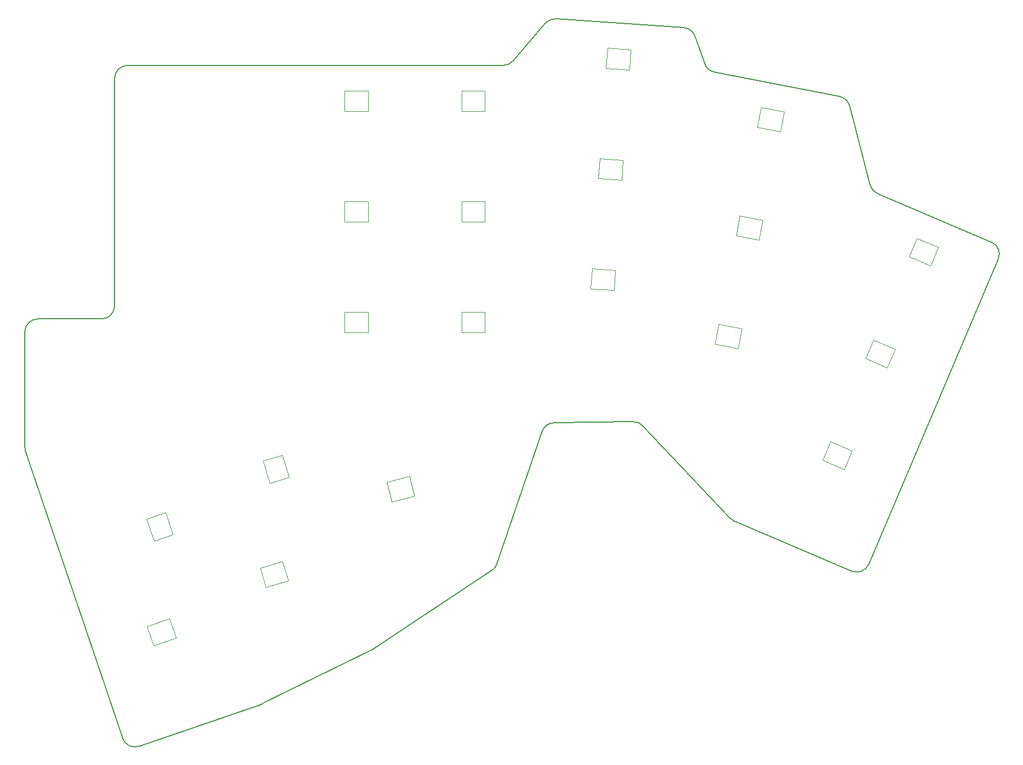
<source format=gbr>
%TF.GenerationSoftware,KiCad,Pcbnew,9.0.5*%
%TF.CreationDate,2025-11-08T17:14:02+10:00*%
%TF.ProjectId,badWingsRight,62616457-696e-4677-9352-696768742e6b,v1.0.0*%
%TF.SameCoordinates,Original*%
%TF.FileFunction,Profile,NP*%
%FSLAX46Y46*%
G04 Gerber Fmt 4.6, Leading zero omitted, Abs format (unit mm)*
G04 Created by KiCad (PCBNEW 9.0.5) date 2025-11-08 17:14:02*
%MOMM*%
%LPD*%
G01*
G04 APERTURE LIST*
%TA.AperFunction,Profile*%
%ADD10C,0.150000*%
%TD*%
%TA.AperFunction,Profile*%
%ADD11C,0.120000*%
%TD*%
G04 APERTURE END LIST*
D10*
X281689766Y-119247701D02*
X223907665Y-119247713D01*
X288182958Y-112764456D02*
X283206166Y-118551734D01*
X337943189Y-195977515D02*
X357870483Y-149031760D01*
X208212829Y-178559054D02*
G75*
G02*
X208107648Y-177919074I1895471J640154D01*
G01*
X280769815Y-195895685D02*
X287653994Y-175586147D01*
X283206166Y-118551734D02*
G75*
G02*
X281689766Y-119247668I-1516366J1304034D01*
G01*
X309474010Y-113446380D02*
X289838868Y-112073367D01*
X309474010Y-113446380D02*
G75*
G02*
X311220621Y-114776344I-139610J-1995220D01*
G01*
X221907673Y-121247720D02*
X221907689Y-156247709D01*
X208212829Y-178559054D02*
X223135525Y-222740725D01*
X338153335Y-137641048D02*
X334996583Y-125478237D01*
X244693185Y-217428948D02*
G75*
G02*
X244462197Y-217525041I-882485J1795648D01*
G01*
X208107665Y-160247700D02*
G75*
G02*
X210107673Y-158247665I2000035J0D01*
G01*
X314207856Y-120278618D02*
G75*
G02*
X312703372Y-118980532I381644J1963218D01*
G01*
X356810910Y-146409287D02*
X339307717Y-138979631D01*
X333442350Y-124017420D02*
G75*
G02*
X334996591Y-125478235I-381550J-1963180D01*
G01*
X287653994Y-175586147D02*
G75*
G02*
X289520800Y-174228419I1894106J-642053D01*
G01*
X225681493Y-223991760D02*
X244462197Y-217525040D01*
X317296144Y-189386101D02*
X335320720Y-197037078D01*
X244693185Y-217428948D02*
X261410863Y-209212990D01*
X208107665Y-160247700D02*
X208107663Y-177919074D01*
X261633914Y-209084949D02*
G75*
G02*
X261410877Y-209213000I-1105314J1666949D01*
G01*
X333442350Y-124017420D02*
X314207856Y-120278618D01*
X225681493Y-223991760D02*
G75*
G02*
X223135561Y-222740713I-651093J1891060D01*
G01*
X356810910Y-146409287D02*
G75*
G02*
X357870442Y-149031742I-781510J-1841013D01*
G01*
X312703326Y-118980548D02*
X311220629Y-114776341D01*
X317296144Y-189386101D02*
G75*
G02*
X316623145Y-188917869I781056J1840401D01*
G01*
X288182958Y-112764456D02*
G75*
G02*
X289838868Y-112073372I1516442J-1304144D01*
G01*
X221907673Y-121247720D02*
G75*
G02*
X223907665Y-119247673I2000027J20D01*
G01*
X337943189Y-195977515D02*
G75*
G02*
X335320747Y-197037015I-1840989J781515D01*
G01*
X301710949Y-174061684D02*
G75*
G02*
X303192731Y-174688693I27251J-2000016D01*
G01*
X261633914Y-209084949D02*
X279980883Y-196920560D01*
X219907661Y-158247712D02*
X210107673Y-158247705D01*
X280769815Y-195895685D02*
G75*
G02*
X279980885Y-196920562I-1894015J641885D01*
G01*
X221907689Y-156247709D02*
G75*
G02*
X219907661Y-158247689I-1999989J9D01*
G01*
X339307717Y-138979631D02*
G75*
G02*
X338153333Y-137641049I781283J1840831D01*
G01*
X303192744Y-174688681D02*
X316623153Y-188917861D01*
X289520799Y-174228374D02*
X301710949Y-174061684D01*
D11*
%TO.C,LED5*%
X321651467Y-143067645D02*
X321059953Y-146110669D01*
X317526095Y-145423747D01*
X318117609Y-142380723D01*
X321651467Y-143067645D01*
%TO.C,LED19*%
X231340288Y-207289467D02*
X227936421Y-208461519D01*
X226927160Y-205530419D01*
X230331027Y-204358367D01*
X231340288Y-207289467D01*
%TO.C,LED2*%
X341997456Y-162880618D02*
X340786186Y-165734178D01*
X337472378Y-164327534D01*
X338683648Y-161473974D01*
X341997456Y-162880618D01*
%TO.C,LED16*%
X268053391Y-185449369D02*
X264576067Y-186381118D01*
X263773727Y-183386757D01*
X267251051Y-182455008D01*
X268053391Y-185449369D01*
%TO.C,LED7*%
X298959061Y-150753789D02*
X298742814Y-153846225D01*
X295151587Y-153595101D01*
X295367834Y-150502665D01*
X298959061Y-150753789D01*
%TO.C,LED10*%
X278907659Y-157197721D02*
X278907658Y-160297705D01*
X275307661Y-160297703D01*
X275307662Y-157197719D01*
X278907659Y-157197721D01*
%TO.C,LED3*%
X348639910Y-147232034D02*
X347428640Y-150085594D01*
X344114832Y-148678950D01*
X345326102Y-145825390D01*
X348639910Y-147232034D01*
%TO.C,LED14*%
X260907681Y-140197706D02*
X260907680Y-143297690D01*
X257307683Y-143297688D01*
X257307684Y-140197704D01*
X260907681Y-140197706D01*
%TO.C,LED15*%
X260907655Y-123197716D02*
X260907654Y-126297700D01*
X257307657Y-126297698D01*
X257307658Y-123197714D01*
X260907655Y-123197716D01*
%TO.C,LED20*%
X230899127Y-191418449D02*
X227968027Y-192427710D01*
X226795975Y-189023843D01*
X229727075Y-188014582D01*
X230899127Y-191418449D01*
%TO.C,LED12*%
X278907660Y-123197713D02*
X278907659Y-126297697D01*
X275307662Y-126297695D01*
X275307663Y-123197711D01*
X278907660Y-123197713D01*
%TO.C,LED13*%
X260907668Y-157197712D02*
X260907667Y-160297696D01*
X257307670Y-160297694D01*
X257307671Y-157197710D01*
X260907668Y-157197712D01*
%TO.C,LED8*%
X300144918Y-133795203D02*
X299928671Y-136887639D01*
X296337444Y-136636515D01*
X296553691Y-133544079D01*
X300144918Y-133795203D01*
%TO.C,LED18*%
X248762952Y-182628745D02*
X245798420Y-183535099D01*
X244745880Y-180092403D01*
X247710412Y-179186049D01*
X248762952Y-182628745D01*
%TO.C,LED9*%
X301330769Y-116836618D02*
X301114522Y-119929054D01*
X297523295Y-119677930D01*
X297739542Y-116585494D01*
X301330769Y-116836618D01*
%TO.C,LED4*%
X318407702Y-159755293D02*
X317816188Y-162798317D01*
X314282330Y-162111395D01*
X314873844Y-159068371D01*
X318407702Y-159755293D01*
%TO.C,LED11*%
X278907677Y-140197713D02*
X278907676Y-143297697D01*
X275307679Y-143297695D01*
X275307680Y-140197711D01*
X278907677Y-140197713D01*
%TO.C,LED1*%
X335355038Y-178529191D02*
X334143768Y-181382751D01*
X330829960Y-179976107D01*
X332041230Y-177122547D01*
X335355038Y-178529191D01*
%TO.C,LED6*%
X324895222Y-126379974D02*
X324303708Y-129422998D01*
X320769850Y-128736076D01*
X321361364Y-125693052D01*
X324895222Y-126379974D01*
%TO.C,LED17*%
X248649922Y-198505516D02*
X245207226Y-199558056D01*
X244300872Y-196593524D01*
X247743568Y-195540984D01*
X248649922Y-198505516D01*
%TD*%
M02*

</source>
